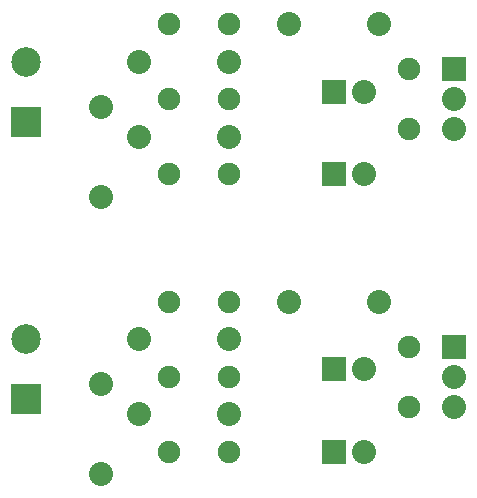
<source format=gbs>
G04 (created by PCBNEW (2013-07-07 BZR 4022)-stable) date 16/07/2014 12:48:06*
%MOIN*%
G04 Gerber Fmt 3.4, Leading zero omitted, Abs format*
%FSLAX34Y34*%
G01*
G70*
G90*
G04 APERTURE LIST*
%ADD10C,0.00590551*%
%ADD11C,0.075*%
%ADD12R,0.08X0.08*%
%ADD13C,0.08*%
%ADD14R,0.0984X0.0984*%
%ADD15C,0.0984*%
G04 APERTURE END LIST*
G54D10*
G54D11*
X23750Y-31250D03*
X23750Y-33250D03*
X15750Y-29750D03*
X17750Y-29750D03*
X17750Y-34750D03*
X15750Y-34750D03*
X15750Y-32250D03*
X17750Y-32250D03*
G54D12*
X21250Y-32000D03*
G54D13*
X22250Y-32000D03*
G54D12*
X21250Y-34750D03*
G54D13*
X22250Y-34750D03*
X19750Y-29750D03*
X22750Y-29750D03*
X13500Y-32500D03*
X13500Y-35500D03*
X14750Y-33500D03*
X17750Y-33500D03*
X14750Y-31000D03*
X17750Y-31000D03*
G54D14*
X11000Y-33000D03*
G54D15*
X11000Y-31000D03*
G54D12*
X25250Y-31250D03*
G54D13*
X25250Y-32250D03*
X25250Y-33250D03*
G54D12*
X25250Y-22000D03*
G54D13*
X25250Y-23000D03*
X25250Y-24000D03*
G54D14*
X11000Y-23750D03*
G54D15*
X11000Y-21750D03*
G54D13*
X14750Y-21750D03*
X17750Y-21750D03*
X14750Y-24250D03*
X17750Y-24250D03*
X13500Y-23250D03*
X13500Y-26250D03*
X19750Y-20500D03*
X22750Y-20500D03*
G54D12*
X21250Y-25500D03*
G54D13*
X22250Y-25500D03*
G54D12*
X21250Y-22750D03*
G54D13*
X22250Y-22750D03*
G54D11*
X15750Y-23000D03*
X17750Y-23000D03*
X17750Y-25500D03*
X15750Y-25500D03*
X15750Y-20500D03*
X17750Y-20500D03*
X23750Y-22000D03*
X23750Y-24000D03*
M02*

</source>
